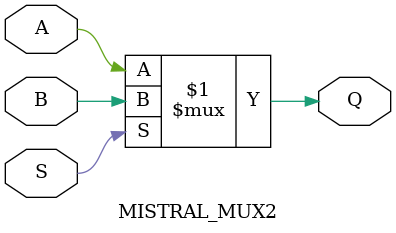
<source format=v>
module MISTRAL_FF(input D, CLK, output reg Q);

always @(posedge CLK)
    Q <= D;

endmodule

module MISTRAL_LUT3(input A, B, C, output Q);

parameter [7:0] LUT = 8'h000;

wire [3:0] s2 = C ? INIT[7:4] : INIT[3:0];
wire [1:0] s1 = B ? s2[3:2] : s2[1:0];
assign Q = A ? s1[1] : s1[0];

endmodule

module MISTRAL_LUT4(input A, B, C, D, output Q);

parameter [15:0] LUT = 16'h0000;

wire [7:0] s3 = D ? INIT[15:8] : INIT[7:0];
wire [3:0] s2 = C ? s3[7:4] : s3[3:0];
wire [1:0] s1 = B ? s2[3:2] : s2[1:0];
assign Q = A ? s1[1] : s1[0];

endmodule

module MISTRAL_MUX2(input A, B, S, output Q);

assign Q = S ? B : A;

endmodule

</source>
